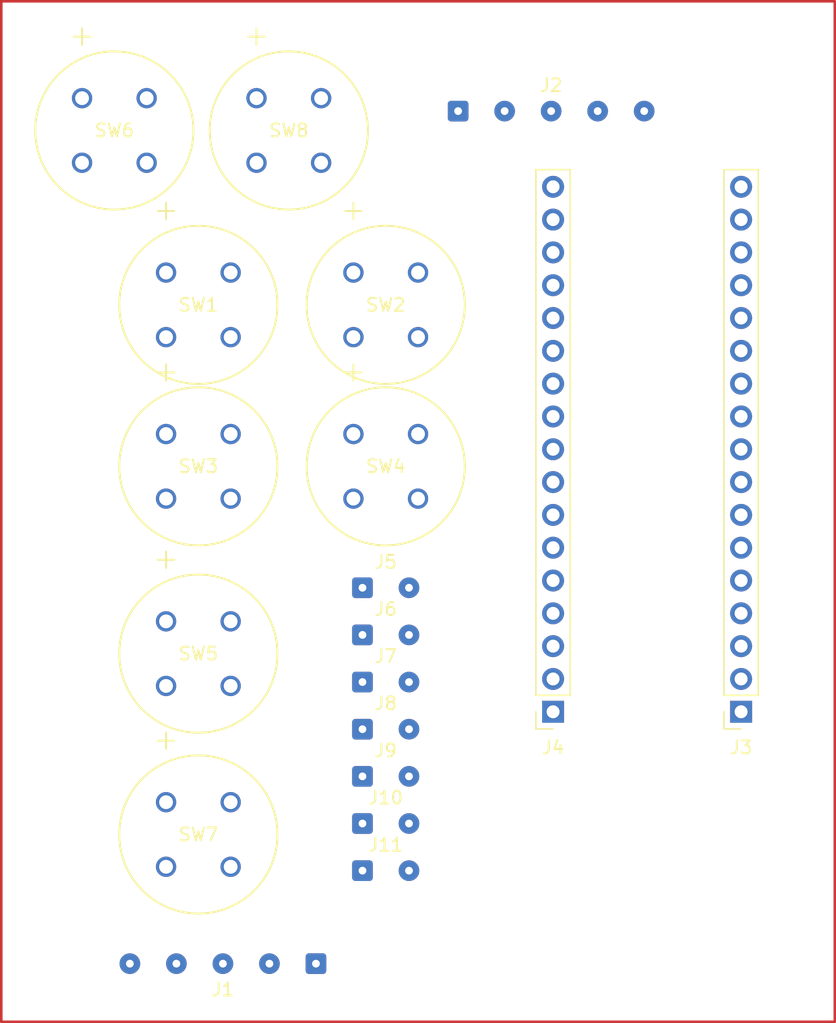
<source format=kicad_pcb>
(kicad_pcb (version 20240108) (generator "pcbnew") (generator_version "8.0")
  (layers (0 "F.Cu" signal) (31 "B.Cu" signal) (34 "B.Paste" user) (35 "F.Paste" user) (36 "B.SilkS" user "B.Silkscreen") (37 "F.SilkS" user "F.Silkscreen") (38 "B.Mask" user) (39 "F.Mask" user) (44 "Edge.Cuts" user))
  (net 0 "")
  (net 1 "/D8")
  (net 2 "/VCC")
  (net 3 "/A0")
  (net 4 "/GND")
  (net 5 "/A1")
  (net 6 "/D16")
  (net 7 "/D6")
  (net 8 "/D7")
  (net 9 "/SS")
  (net 10 "/D11")
  (net 11 "/D10")
  (net 12 "/TX")
  (net 13 "/RST")
  (net 14 "/RX")
  (net 15 "/D5")
  (net 16 "/D2")
  (net 17 "/D3")
  (net 18 "/D12")
  (net 19 "/D9")
  (net 20 "/D4")
  (net 21 "/3V")
  (net 22 "/SCK")
  (net 23 "/A2")
  (net 24 "/NC")
  (net 25 "/D13")
  (net 26 "/VIN")
  (net 27 "/A3")
  (net 28 "/MI")
  (net 29 "/A5")
  (net 30 "/A4")
  (net 31 "/5V")
  (net 32 "/REF")
  (net 33 "/D0")
  (net 34 "/D17")
  (net 35 "/D1")
  (net 36 "/D09")
  (footprint "Connector_PinSocket_2.54mm:PinSocket_1x17_P2.54mm_Vertical" (layer "F.Cu") (at 169.55 121.48 180)
    (property "Reference" "J3" (at 0 -2.77 180) (layer "F.SilkS"))
    (property "Value" "Conn_01x17_Pin")
    (fp_line (start 1.33 1.27) (end 1.33 41.97) (stroke (width 0.12)) (layer "F.SilkS"))
    (fp_line (start 1.33 -1.33) (end 1.33 0) (stroke (width 0.12)) (layer "F.SilkS"))
    (fp_line (start 0 -1.33) (end 1.33 -1.33) (stroke (width 0.12)) (layer "F.SilkS"))
    (fp_line (start -1.33 41.97) (end 1.33 41.97) (stroke (width 0.12)) (layer "F.SilkS"))
    (fp_line (start -1.33 1.27) (end 1.33 1.27) (stroke (width 0.12)) (layer "F.SilkS"))
    (fp_line (start -1.33 1.27) (end -1.33 41.97) (stroke (width 0.12)) (layer "F.SilkS"))
    (pad "1" thru_hole rect (at 0 0 180) (size 1.7 1.7) (drill 1) (layers "*.Cu" "*.Mask") (net 18 "/D12"))
    (pad "2" thru_hole oval (at 0 2.54 180) (size 1.7 1.7) (drill 1) (layers "*.Cu" "*.Mask") (net 10 "/D11"))
    (pad "3" thru_hole oval (at 0 5.08 180) (size 1.7 1.7) (drill 1) (layers "*.Cu" "*.Mask") (net 11 "/D10"))
    (pad "4" thru_hole oval (at 0 7.62 180) (size 1.7 1.7) (drill 1) (layers "*.Cu" "*.Mask") (net 19 "/D9"))
    (pad "5" thru_hole oval (at 0 10.16 180) (size 1.7 1.7) (drill 1) (layers "*.Cu" "*.Mask") (net 1 "/D8"))
    (pad "6" thru_hole oval (at 0 12.7 180) (size 1.7 1.7) (drill 1) (layers "*.Cu" "*.Mask") (net 8 "/D7"))
    (pad "7" thru_hole oval (at 0 15.24 180) (size 1.7 1.7) (drill 1) (layers "*.Cu" "*.Mask") (net 7 "/D6"))
    (pad "8" thru_hole oval (at 0 17.78 180) (size 1.7 1.7) (drill 1) (layers "*.Cu" "*.Mask") (net 15 "/D5"))
    (pad "9" thru_hole oval (at 0 20.32 180) (size 1.7 1.7) (drill 1) (layers "*.Cu" "*.Mask") (net 20 "/D4"))
    (pad "10" thru_hole oval (at 0 22.86 180) (size 1.7 1.7) (drill 1) (layers "*.Cu" "*.Mask") (net 17 "/D3"))
    (pad "11" thru_hole oval (at 0 25.4 180) (size 1.7 1.7) (drill 1) (layers "*.Cu" "*.Mask") (net 16 "/D2"))
    (pad "12" thru_hole oval (at 0 27.94 180) (size 1.7 1.7) (drill 1) (layers "*.Cu" "*.Mask") (net 4 "/GND"))
    (pad "13" thru_hole oval (at 0 30.48 180) (size 1.7 1.7) (drill 1) (layers "*.Cu" "*.Mask") (net 13 "/RST"))
    (pad "14" thru_hole oval (at 0 33.02 180) (size 1.7 1.7) (drill 1) (layers "*.Cu" "*.Mask") (net 14 "/RX"))
    (pad "15" thru_hole oval (at 0 35.56 180) (size 1.7 1.7) (drill 1) (layers "*.Cu" "*.Mask") (net 12 "/TX"))
    (pad "16" thru_hole oval (at 0 38.1 180) (size 1.7 1.7) (drill 1) (layers "*.Cu" "*.Mask") (net 9 "/SS"))
    (pad "17" thru_hole oval (at 0 40.64 180) (size 1.7 1.7) (drill 1) (layers "*.Cu" "*.Mask") (net 6 "/D16"))
  )
  (footprint "Connector_Wire:SolderWire-0.1sqmm_1x02_P3.6mm_D0.4mm_OD1mm" (layer "F.Cu") (at 140.25 130.13)
    (property "Reference" "J10" (at 1.8 -2 0) (layer "F.SilkS"))
    (property "Value" "Home_Button")
    (pad "1" thru_hole roundrect (at 0 0) (size 1.6 1.6) (drill 0.6) (layers "*.Cu" "*.Mask") (roundrect_rratio 0.15625) (net 15 "/D5"))
    (pad "2" thru_hole circle (at 3.6 0) (size 1.6 1.6) (drill 0.6) (layers "*.Cu" "*.Mask") (net 4 "/GND"))
  )
  (footprint "Downloads:D6R90_CNK" (layer "F.Cu") (at 125.05 128.48)
    (property "Reference" "SW7" (at 2.5 2.499995 0) (layer "F.SilkS"))
    (property "Value" "Right_Bumper")
    (fp_line (start -0.635 -4.764405) (end 0.635 -4.764405) (stroke (width 0.1524)) (layer "F.SilkS"))
    (fp_line (start 0 -4.129405) (end 0 -5.399405) (stroke (width 0.1524)) (layer "F.SilkS"))
    (fp_circle (center 2.5 2.499995) (end 8.6214 2.499995) (stroke (width 0.1524)) (fill none) (layer "F.SilkS"))
    (pad "1" thru_hole circle (at 0 0) (size 1.5748 1.5748) (drill 1.0668) (layers "*.Cu" "*.Mask") (net 16 "/D2"))
    (pad "2" thru_hole circle (at 5 0) (size 1.5748 1.5748) (drill 1.0668) (layers "*.Cu" "*.Mask") (net 4 "/GND"))
    (pad "3" thru_hole circle (at 5 4.99999) (size 1.5748 1.5748) (drill 1.0668) (layers "*.Cu" "*.Mask") (net 16 "/D2"))
    (pad "4" thru_hole circle (at 0 4.99999) (size 1.5748 1.5748) (drill 1.0668) (layers "*.Cu" "*.Mask") (net 4 "/GND"))
  )
  (footprint "Connector_Wire:SolderWire-0.1sqmm_1x02_P3.6mm_D0.4mm_OD1mm" (layer "F.Cu") (at 140.25 119.18)
    (property "Reference" "J7" (at 1.8 -2 0) (layer "F.SilkS"))
    (property "Value" "D_Pad_LEFT")
    (pad "1" thru_hole roundrect (at 0 0) (size 1.6 1.6) (drill 0.6) (layers "*.Cu" "*.Mask") (roundrect_rratio 0.15625) (net 11 "/D10"))
    (pad "2" thru_hole circle (at 3.6 0) (size 1.6 1.6) (drill 0.6) (layers "*.Cu" "*.Mask") (net 4 "/GND"))
  )
  (footprint "Downloads:D6R90_CNK" (layer "F.Cu") (at 132.05 73.98)
    (property "Reference" "SW8" (at 2.5 2.499995 0) (layer "F.SilkS"))
    (property "Value" "Right_Trigger")
    (fp_line (start -0.635 -4.764405) (end 0.635 -4.764405) (stroke (width 0.1524)) (layer "F.SilkS"))
    (fp_line (start 0 -4.129405) (end 0 -5.399405) (stroke (width 0.1524)) (layer "F.SilkS"))
    (fp_circle (center 2.5 2.499995) (end 8.6214 2.499995) (stroke (width 0.1524)) (fill none) (layer "F.SilkS"))
    (pad "1" thru_hole circle (at 0 0) (size 1.5748 1.5748) (drill 1.0668) (layers "*.Cu" "*.Mask") (net 29 "/A5"))
    (pad "2" thru_hole circle (at 5 0) (size 1.5748 1.5748) (drill 1.0668) (layers "*.Cu" "*.Mask") (net 4 "/GND"))
    (pad "3" thru_hole circle (at 5 4.99999) (size 1.5748 1.5748) (drill 1.0668) (layers "*.Cu" "*.Mask") (net 29 "/A5"))
    (pad "4" thru_hole circle (at 0 4.99999) (size 1.5748 1.5748) (drill 1.0668) (layers "*.Cu" "*.Mask") (net 4 "/GND"))
  )
  (footprint "Downloads:D6R90_CNK" (layer "F.Cu") (at 125.05 114.48)
    (property "Reference" "SW5" (at 2.5 2.499995 0) (layer "F.SilkS"))
    (property "Value" "Left_Bumper")
    (fp_line (start -0.635 -4.764405) (end 0.635 -4.764405) (stroke (width 0.1524)) (layer "F.SilkS"))
    (fp_line (start 0 -4.129405) (end 0 -5.399405) (stroke (width 0.1524)) (layer "F.SilkS"))
    (fp_circle (center 2.5 2.499995) (end 8.6214 2.499995) (stroke (width 0.1524)) (fill none) (layer "F.SilkS"))
    (pad "1" thru_hole circle (at 0 0) (size 1.5748 1.5748) (drill 1.0668) (layers "*.Cu" "*.Mask") (net 17 "/D3"))
    (pad "2" thru_hole circle (at 5 0) (size 1.5748 1.5748) (drill 1.0668) (layers "*.Cu" "*.Mask") (net 4 "/GND"))
    (pad "3" thru_hole circle (at 5 4.99999) (size 1.5748 1.5748) (drill 1.0668) (layers "*.Cu" "*.Mask") (net 17 "/D3"))
    (pad "4" thru_hole circle (at 0 4.99999) (size 1.5748 1.5748) (drill 1.0668) (layers "*.Cu" "*.Mask") (net 4 "/GND"))
  )
  (footprint "Connector_Wire:SolderWire-0.1sqmm_1x02_P3.6mm_D0.4mm_OD1mm" (layer "F.Cu") (at 140.25 111.88)
    (property "Reference" "J5" (at 1.8 -2 0) (layer "F.SilkS"))
    (property "Value" "D_Pad_UP")
    (pad "1" thru_hole roundrect (at 0 0) (size 1.6 1.6) (drill 0.6) (layers "*.Cu" "*.Mask") (roundrect_rratio 0.15625) (net 18 "/D12"))
    (pad "2" thru_hole circle (at 3.6 0) (size 1.6 1.6) (drill 0.6) (layers "*.Cu" "*.Mask") (net 4 "/GND"))
  )
  (footprint "Connector_Wire:SolderWire-0.1sqmm_1x02_P3.6mm_D0.4mm_OD1mm" (layer "F.Cu") (at 140.25 115.53)
    (property "Reference" "J6" (at 1.8 -2 0) (layer "F.SilkS"))
    (property "Value" "D_Pad_DOWN")
    (pad "1" thru_hole roundrect (at 0 0) (size 1.6 1.6) (drill 0.6) (layers "*.Cu" "*.Mask") (roundrect_rratio 0.15625) (net 10 "/D11"))
    (pad "2" thru_hole circle (at 3.6 0) (size 1.6 1.6) (drill 0.6) (layers "*.Cu" "*.Mask") (net 4 "/GND"))
  )
  (footprint "Downloads:D6R90_CNK" (layer "F.Cu") (at 125.05 99.98)
    (property "Reference" "SW3" (at 2.5 2.499995 0) (layer "F.SilkS"))
    (property "Value" "Y_Button")
    (fp_line (start -0.635 -4.764405) (end 0.635 -4.764405) (stroke (width 0.1524)) (layer "F.SilkS"))
    (fp_line (start 0 -4.129405) (end 0 -5.399405) (stroke (width 0.1524)) (layer "F.SilkS"))
    (fp_circle (center 2.5 2.499995) (end 8.6214 2.499995) (stroke (width 0.1524)) (fill none) (layer "F.SilkS"))
    (pad "1" thru_hole circle (at 0 0) (size 1.5748 1.5748) (drill 1.0668) (layers "*.Cu" "*.Mask") (net 35 "/D1"))
    (pad "2" thru_hole circle (at 5 0) (size 1.5748 1.5748) (drill 1.0668) (layers "*.Cu" "*.Mask") (net 4 "/GND"))
    (pad "3" thru_hole circle (at 5 4.99999) (size 1.5748 1.5748) (drill 1.0668) (layers "*.Cu" "*.Mask") (net 35 "/D1"))
    (pad "4" thru_hole circle (at 0 4.99999) (size 1.5748 1.5748) (drill 1.0668) (layers "*.Cu" "*.Mask") (net 4 "/GND"))
  )
  (footprint "Connector_Wire:SolderWire-0.1sqmm_1x05_P3.6mm_D0.4mm_OD1mm" (layer "F.Cu") (at 136.65 140.98 180)
    (property "Reference" "J1" (at 7.2 -2 180) (layer "F.SilkS"))
    (property "Value" "Joystick_F_TH")
    (pad "1" thru_hole roundrect (at 0 0 180) (size 1.6 1.6) (drill 0.6) (layers "*.Cu" "*.Mask") (roundrect_rratio 0.15625) (net 2 "/VCC"))
    (pad "2" thru_hole circle (at 3.6 0 180) (size 1.6 1.6) (drill 0.6) (layers "*.Cu" "*.Mask") (net 3 "/A0"))
    (pad "3" thru_hole circle (at 7.2 0 180) (size 1.6 1.6) (drill 0.6) (layers "*.Cu" "*.Mask") (net 1 "/D8"))
    (pad "4" thru_hole circle (at 10.8 0 180) (size 1.6 1.6) (drill 0.6) (layers "*.Cu" "*.Mask") (net 5 "/A1"))
    (pad "5" thru_hole circle (at 14.4 0 180) (size 1.6 1.6) (drill 0.6) (layers "*.Cu" "*.Mask") (net 4 "/GND"))
  )
  (footprint "Downloads:D6R90_CNK" (layer "F.Cu") (at 125.05 87.48)
    (property "Reference" "SW1" (at 2.5 2.499995 0) (layer "F.SilkS"))
    (property "Value" "A_Button")
    (fp_line (start -0.635 -4.764405) (end 0.635 -4.764405) (stroke (width 0.1524)) (layer "F.SilkS"))
    (fp_line (start 0 -4.129405) (end 0 -5.399405) (stroke (width 0.1524)) (layer "F.SilkS"))
    (fp_circle (center 2.5 2.499995) (end 8.6214 2.499995) (stroke (width 0.1524)) (fill none) (layer "F.SilkS"))
    (pad "1" thru_hole circle (at 0 0) (size 1.5748 1.5748) (drill 1.0668) (layers "*.Cu" "*.Mask") (net 33 "/D0"))
    (pad "2" thru_hole circle (at 5 0) (size 1.5748 1.5748) (drill 1.0668) (layers "*.Cu" "*.Mask") (net 4 "/GND"))
    (pad "3" thru_hole circle (at 5 4.99999) (size 1.5748 1.5748) (drill 1.0668) (layers "*.Cu" "*.Mask") (net 33 "/D0"))
    (pad "4" thru_hole circle (at 0 4.99999) (size 1.5748 1.5748) (drill 1.0668) (layers "*.Cu" "*.Mask") (net 4 "/GND"))
  )
  (footprint "Downloads:D6R90_CNK" (layer "F.Cu") (at 139.55 87.48)
    (property "Reference" "SW2" (at 2.5 2.499995 0) (layer "F.SilkS"))
    (property "Value" "B_Button")
    (fp_line (start -0.635 -4.764405) (end 0.635 -4.764405) (stroke (width 0.1524)) (layer "F.SilkS"))
    (fp_line (start 0 -4.129405) (end 0 -5.399405) (stroke (width 0.1524)) (layer "F.SilkS"))
    (fp_circle (center 2.5 2.499995) (end 8.6214 2.499995) (stroke (width 0.1524)) (fill none) (layer "F.SilkS"))
    (pad "1" thru_hole circle (at 0 0) (size 1.5748 1.5748) (drill 1.0668) (layers "*.Cu" "*.Mask") (net 34 "/D17"))
    (pad "2" thru_hole circle (at 5 0) (size 1.5748 1.5748) (drill 1.0668) (layers "*.Cu" "*.Mask") (net 4 "/GND"))
    (pad "3" thru_hole circle (at 5 4.99999) (size 1.5748 1.5748) (drill 1.0668) (layers "*.Cu" "*.Mask") (net 34 "/D17"))
    (pad "4" thru_hole circle (at 0 4.99999) (size 1.5748 1.5748) (drill 1.0668) (layers "*.Cu" "*.Mask") (net 4 "/GND"))
  )
  (footprint "Connector_Wire:SolderWire-0.1sqmm_1x02_P3.6mm_D0.4mm_OD1mm" (layer "F.Cu") (at 140.25 133.78)
    (property "Reference" "J11" (at 1.8 -2 0) (layer "F.SilkS"))
    (property "Value" "Select_BUtton")
    (pad "1" thru_hole roundrect (at 0 0) (size 1.6 1.6) (drill 0.6) (layers "*.Cu" "*.Mask") (roundrect_rratio 0.15625) (net 20 "/D4"))
    (pad "2" thru_hole circle (at 3.6 0) (size 1.6 1.6) (drill 0.6) (layers "*.Cu" "*.Mask") (net 4 "/GND"))
  )
  (footprint "Connector_Wire:SolderWire-0.1sqmm_1x02_P3.6mm_D0.4mm_OD1mm" (layer "F.Cu") (at 140.25 126.48)
    (property "Reference" "J9" (at 1.8 -2 0) (layer "F.SilkS"))
    (property "Value" "Start_Button")
    (pad "1" thru_hole roundrect (at 0 0) (size 1.6 1.6) (drill 0.6) (layers "*.Cu" "*.Mask") (roundrect_rratio 0.15625) (net 7 "/D6"))
    (pad "2" thru_hole circle (at 3.6 0) (size 1.6 1.6) (drill 0.6) (layers "*.Cu" "*.Mask") (net 4 "/GND"))
  )
  (footprint "Connector_Wire:SolderWire-0.1sqmm_1x02_P3.6mm_D0.4mm_OD1mm" (layer "F.Cu") (at 140.25 122.83)
    (property "Reference" "J8" (at 1.8 -2 0) (layer "F.SilkS"))
    (property "Value" "D_Pad_RIGHT")
    (pad "1" thru_hole roundrect (at 0 0) (size 1.6 1.6) (drill 0.6) (layers "*.Cu" "*.Mask") (roundrect_rratio 0.15625) (net 36 "/D09"))
    (pad "2" thru_hole circle (at 3.6 0) (size 1.6 1.6) (drill 0.6) (layers "*.Cu" "*.Mask") (net 4 "/GND"))
  )
  (footprint "Connector_Wire:SolderWire-0.1sqmm_1x05_P3.6mm_D0.4mm_OD1mm" (layer "F.Cu") (at 147.65 74.98)
    (property "Reference" "J2" (at 7.2 -2 0) (layer "F.SilkS"))
    (property "Value" "Joystick_B_TH")
    (pad "1" thru_hole roundrect (at 0 0) (size 1.6 1.6) (drill 0.6) (layers "*.Cu" "*.Mask") (roundrect_rratio 0.15625) (net 2 "/VCC"))
    (pad "2" thru_hole circle (at 3.6 0) (size 1.6 1.6) (drill 0.6) (layers "*.Cu" "*.Mask") (net 23 "/A2"))
    (pad "3" thru_hole circle (at 7.2 0) (size 1.6 1.6) (drill 0.6) (layers "*.Cu" "*.Mask") (net 8 "/D7"))
    (pad "4" thru_hole circle (at 10.8 0) (size 1.6 1.6) (drill 0.6) (layers "*.Cu" "*.Mask") (net 27 "/A3"))
    (pad "5" thru_hole circle (at 14.4 0) (size 1.6 1.6) (drill 0.6) (layers "*.Cu" "*.Mask") (net 4 "/GND"))
  )
  (footprint "Downloads:D6R90_CNK" (layer "F.Cu") (at 139.55 99.98)
    (property "Reference" "SW4" (at 2.5 2.499995 0) (layer "F.SilkS"))
    (property "Value" "X_Button")
    (fp_line (start -0.635 -4.764405) (end 0.635 -4.764405) (stroke (width 0.1524)) (layer "F.SilkS"))
    (fp_line (start 0 -4.129405) (end 0 -5.399405) (stroke (width 0.1524)) (layer "F.SilkS"))
    (fp_circle (center 2.5 2.499995) (end 8.6214 2.499995) (stroke (width 0.1524)) (fill none) (layer "F.SilkS"))
    (pad "1" thru_hole circle (at 0 0) (size 1.5748 1.5748) (drill 1.0668) (layers "*.Cu" "*.Mask") (net 6 "/D16"))
    (pad "2" thru_hole circle (at 5 0) (size 1.5748 1.5748) (drill 1.0668) (layers "*.Cu" "*.Mask") (net 4 "/GND"))
    (pad "3" thru_hole circle (at 5 4.99999) (size 1.5748 1.5748) (drill 1.0668) (layers "*.Cu" "*.Mask") (net 6 "/D16"))
    (pad "4" thru_hole circle (at 0 4.99999) (size 1.5748 1.5748) (drill 1.0668) (layers "*.Cu" "*.Mask") (net 4 "/GND"))
  )
  (footprint "Downloads:D6R90_CNK" (layer "F.Cu") (at 118.55 73.97999)
    (property "Reference" "SW6" (at 2.5 2.499995 0) (layer "F.SilkS"))
    (property "Value" "Left_Trigger")
    (fp_line (start -0.635 -4.764405) (end 0.635 -4.764405) (stroke (width 0.1524)) (layer "F.SilkS"))
    (fp_line (start 0 -4.129405) (end 0 -5.399405) (stroke (width 0.1524)) (layer "F.SilkS"))
    (fp_circle (center 2.5 2.499995) (end 8.6214 2.499995) (stroke (width 0.1524)) (fill none) (layer "F.SilkS"))
    (pad "1" thru_hole circle (at 0 0) (size 1.5748 1.5748) (drill 1.0668) (layers "*.Cu" "*.Mask") (net 30 "/A4"))
    (pad "2" thru_hole circle (at 5 0) (size 1.5748 1.5748) (drill 1.0668) (layers "*.Cu" "*.Mask") (net 4 "/GND"))
    (pad "3" thru_hole circle (at 5 4.99999) (size 1.5748 1.5748) (drill 1.0668) (layers "*.Cu" "*.Mask") (net 30 "/A4"))
    (pad "4" thru_hole circle (at 0 4.99999) (size 1.5748 1.5748) (drill 1.0668) (layers "*.Cu" "*.Mask") (net 4 "/GND"))
  )
  (footprint "Connector_PinSocket_2.54mm:PinSocket_1x17_P2.54mm_Vertical" (layer "F.Cu") (at 155 121.48 180)
    (property "Reference" "J4" (at 0 -2.77 180) (layer "F.SilkS"))
    (property "Value" "Conn_01x17_Pin")
    (fp_line (start 1.33 1.27) (end 1.33 41.97) (stroke (width 0.12)) (layer "F.SilkS"))
    (fp_line (start 1.33 -1.33) (end 1.33 0) (stroke (width 0.12)) (layer "F.SilkS"))
    (fp_line (start 0 -1.33) (end 1.33 -1.33) (stroke (width 0.12)) (layer "F.SilkS"))
    (fp_line (start -1.33 41.97) (end 1.33 41.97) (stroke (width 0.12)) (layer "F.SilkS"))
    (fp_line (start -1.33 1.27) (end 1.33 1.27) (stroke (width 0.12)) (layer "F.SilkS"))
    (fp_line (start -1.33 1.27) (end -1.33 41.97) (stroke (width 0.12)) (layer "F.SilkS"))
    (pad "1" thru_hole rect (at 0 0 180) (size 1.7 1.7) (drill 1) (layers "*.Cu" "*.Mask") (net 22 "/SCK"))
    (pad "2" thru_hole oval (at 0 2.54 180) (size 1.7 1.7) (drill 1) (layers "*.Cu" "*.Mask") (net 28 "/MI"))
    (pad "3" thru_hole oval (at 0 5.08 180) (size 1.7 1.7) (drill 1) (layers "*.Cu" "*.Mask") (net 26 "/VIN"))
    (pad "4" thru_hole oval (at 0 7.62 180) (size 1.7 1.7) (drill 1) (layers "*.Cu" "*.Mask") (net 4 "/GND"))
    (pad "5" thru_hole oval (at 0 10.16 180) (size 1.7 1.7) (drill 1) (layers "*.Cu" "*.Mask") (net 13 "/RST"))
    (pad "6" thru_hole oval (at 0 12.7 180) (size 1.7 1.7) (drill 1) (layers "*.Cu" "*.Mask") (net 31 "/5V"))
    (pad "7" thru_hole oval (at 0 15.24 180) (size 1.7 1.7) (drill 1) (layers "*.Cu" "*.Mask") (net 24 "/NC"))
    (pad "8" thru_hole oval (at 0 17.78 180) (size 1.7 1.7) (drill 1) (layers "*.Cu" "*.Mask") (net 24 "/NC"))
    (pad "9" thru_hole oval (at 0 20.32 180) (size 1.7 1.7) (drill 1) (layers "*.Cu" "*.Mask") (net 29 "/A5"))
    (pad "10" thru_hole oval (at 0 22.86 180) (size 1.7 1.7) (drill 1) (layers "*.Cu" "*.Mask") (net 30 "/A4"))
    (pad "11" thru_hole oval (at 0 25.4 180) (size 1.7 1.7) (drill 1) (layers "*.Cu" "*.Mask") (net 27 "/A3"))
    (pad "12" thru_hole oval (at 0 27.94 180) (size 1.7 1.7) (drill 1) (layers "*.Cu" "*.Mask") (net 23 "/A2"))
    (pad "13" thru_hole oval (at 0 30.48 180) (size 1.7 1.7) (drill 1) (layers "*.Cu" "*.Mask") (net 5 "/A1"))
    (pad "14" thru_hole oval (at 0 33.02 180) (size 1.7 1.7) (drill 1) (layers "*.Cu" "*.Mask") (net 3 "/A0"))
    (pad "15" thru_hole oval (at 0 35.56 180) (size 1.7 1.7) (drill 1) (layers "*.Cu" "*.Mask") (net 32 "/REF"))
    (pad "16" thru_hole oval (at 0 38.1 180) (size 1.7 1.7) (drill 1) (layers "*.Cu" "*.Mask") (net 21 "/3V"))
    (pad "17" thru_hole oval (at 0 40.64 180) (size 1.7 1.7) (drill 1) (layers "*.Cu" "*.Mask") (net 25 "/D13"))
  )
  (gr_rect (start 112.3 66.48) (end 176.8 145.48) (stroke (width 0.2)) (fill none) (layer "F.Cu"))
)
</source>
